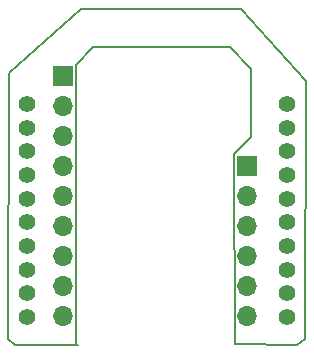
<source format=gts>
G04 #@! TF.GenerationSoftware,KiCad,Pcbnew,7.99.0-unknown-c07e9c834f~172~ubuntu22.04.1*
G04 #@! TF.CreationDate,2023-09-07T22:16:35+09:00*
G04 #@! TF.ProjectId,bGeigieCast V1.6.0(StampS3),62476569-6769-4654-9361-73742056312e,rev?*
G04 #@! TF.SameCoordinates,Original*
G04 #@! TF.FileFunction,Soldermask,Top*
G04 #@! TF.FilePolarity,Negative*
%FSLAX46Y46*%
G04 Gerber Fmt 4.6, Leading zero omitted, Abs format (unit mm)*
G04 Created by KiCad (PCBNEW 7.99.0-unknown-c07e9c834f~172~ubuntu22.04.1) date 2023-09-07 22:16:35*
%MOMM*%
%LPD*%
G01*
G04 APERTURE LIST*
%ADD10O,1.700000X1.700000*%
%ADD11R,1.700000X1.700000*%
%ADD12C,1.400000*%
G04 #@! TA.AperFunction,Profile*
%ADD13C,0.150000*%
G04 #@! TD*
G04 APERTURE END LIST*
D10*
X156050000Y-117292000D03*
X156050000Y-114752000D03*
X156050000Y-112212000D03*
X156050000Y-109672000D03*
X156050000Y-107132000D03*
D11*
X156050000Y-104592000D03*
X140495000Y-96972000D03*
D10*
X140495000Y-99512000D03*
X140495000Y-102052000D03*
X140495000Y-104592000D03*
X140495000Y-107132000D03*
X140495000Y-109672000D03*
X140495000Y-112212000D03*
X140495000Y-114752000D03*
X140495000Y-117292000D03*
D12*
X137400000Y-99350000D03*
X137400000Y-101350000D03*
X137400000Y-103350000D03*
X137400000Y-105350000D03*
X137400000Y-107350000D03*
X137400000Y-109350000D03*
X137400000Y-111350000D03*
X137400000Y-113350000D03*
X137400000Y-115350000D03*
X137400000Y-117350000D03*
X159400000Y-117350000D03*
X159400000Y-115350000D03*
X159400000Y-113350000D03*
X159400000Y-111350000D03*
X159400000Y-109350000D03*
X159400000Y-107350000D03*
X159400000Y-105350000D03*
X159400000Y-103350000D03*
X159400000Y-101350000D03*
X159400000Y-99350000D03*
D13*
X135836040Y-119197000D02*
X136431000Y-119705000D01*
X135923000Y-96718000D02*
X135836040Y-119197000D01*
X141765000Y-119705000D02*
X136431000Y-119705000D01*
X160306500Y-119705000D02*
X154998400Y-119679600D01*
X160942000Y-119197000D02*
X161005500Y-97353000D01*
X142019000Y-91257000D02*
X135923000Y-96718000D01*
X160942000Y-119197000D02*
X160306500Y-119705000D01*
X141587200Y-96057600D02*
X141587200Y-119679600D01*
X156360127Y-102138500D02*
X154973000Y-103576000D01*
X155544500Y-91257000D02*
X161005500Y-97353000D01*
X154642800Y-94482800D02*
X156370000Y-96337000D01*
X154973000Y-103576000D02*
X154998400Y-119679600D01*
X155544500Y-91257000D02*
X142019000Y-91257000D01*
X142984200Y-94533600D02*
X141587200Y-96057600D01*
X154642800Y-94482800D02*
X142984200Y-94533600D01*
X156370000Y-96337000D02*
X156360127Y-102138500D01*
M02*

</source>
